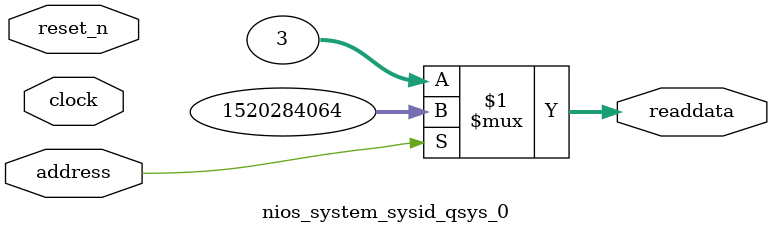
<source format=v>



// synthesis translate_off
`timescale 1ns / 1ps
// synthesis translate_on

// turn off superfluous verilog processor warnings 
// altera message_level Level1 
// altera message_off 10034 10035 10036 10037 10230 10240 10030 

module nios_system_sysid_qsys_0 (
               // inputs:
                address,
                clock,
                reset_n,

               // outputs:
                readdata
             )
;

  output  [ 31: 0] readdata;
  input            address;
  input            clock;
  input            reset_n;

  wire    [ 31: 0] readdata;
  //control_slave, which is an e_avalon_slave
  assign readdata = address ? 1520284064 : 3;

endmodule



</source>
